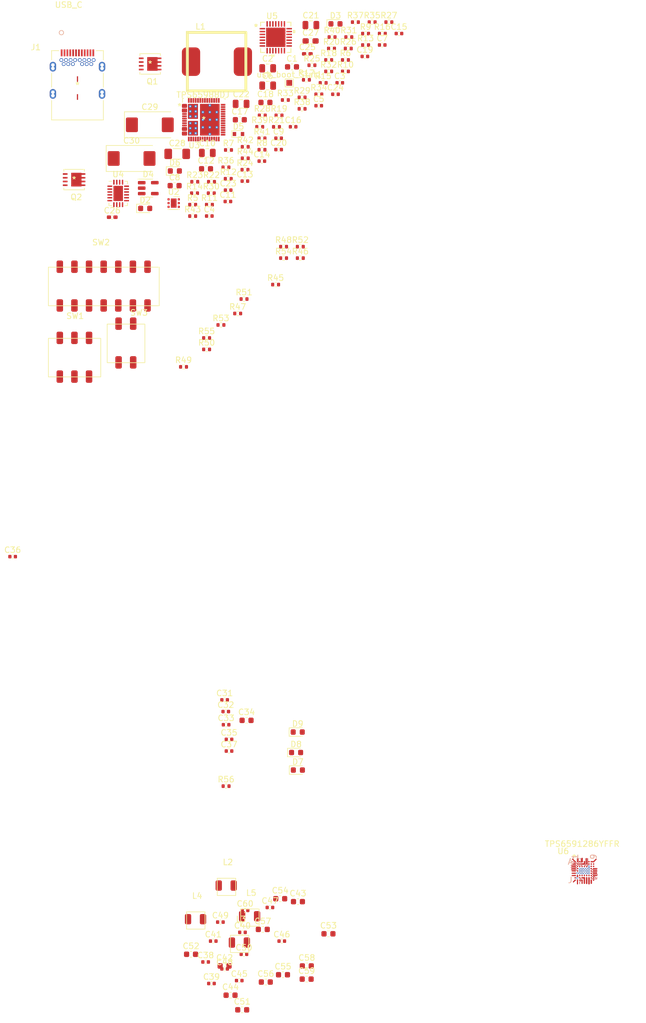
<source format=kicad_pcb>
(kicad_pcb (version 20221018) (generator pcbnew)
  (layers (0 "F.Cu" signal) (1 "In1.Cu" signal) (2 "In2.Cu" signal) (3 "In3.Cu" signal) (4 "In4.Cu" signal) (5 "In5.Cu" signal) (6 "In6.Cu" signal) (31 "B.Cu" signal) (34 "B.Paste" user) (35 "F.Paste" user) (36 "B.SilkS" user "B.Silkscreen") (37 "F.SilkS" user "F.Silkscreen") (38 "B.Mask" user) (39 "F.Mask" user) (44 "Edge.Cuts" user))
  (net 0 "")
  (net 1 "/input_power/LDO_1P8")
  (net 2 "GND")
  (net 3 "/input_power/LDO_3P3")
  (net 4 "Net-(C3-Pad1)")
  (net 5 "Net-(C4-Pad2)")
  (net 6 "Net-(C5-Pad1)")
  (net 7 "/input_power/PDVIN_3P3")
  (net 8 "USB_PWR_VBUS")
  (net 9 "MAIN_5P0")
  (net 10 "/input_power/int_vcc")
  (net 11 "Net-(C13-Pad1)")
  (net 12 "/input_power/boost")
  (net 13 "/input_power/current_sense+")
  (net 14 "/input_power/CP2102VDD")
  (net 15 "VSYS_3P3")
  (net 16 "/input_power/Sense+")
  (net 17 "Net-(C23-Pad1)")
  (net 18 "/PMIC/POS_1P8_IO")
  (net 19 "Net-(C37-Pad1)")
  (net 20 "/PMIC/LDOA")
  (net 21 "Net-(C39-Pad1)")
  (net 22 "Net-(C40-Pad1)")
  (net 23 "Net-(C41-Pad1)")
  (net 24 "POS0P85")
  (net 25 "POS1P2_VMEM")
  (net 26 "Net-(C45-Pad1)")
  (net 27 "Net-(C46-Pad1)")
  (net 28 "Net-(C47-Pad1)")
  (net 29 "Net-(C48-Pad1)")
  (net 30 "Net-(C49-Pad1)")
  (net 31 "Net-(C50-Pad1)")
  (net 32 "POS1P8_C0")
  (net 33 "POS3P3_C0")
  (net 34 "POS3P3_MCU")
  (net 35 "/input_power/VCONN1_CC2")
  (net 36 "/input_power/VCONN1_CC1")
  (net 37 "USB1_DP")
  (net 38 "USB1_DM")
  (net 39 "USB0_DP")
  (net 40 "USB0_DM")
  (net 41 "Net-(D5-Pad1)")
  (net 42 "Net-(D6-Pad2)")
  (net 43 "Net-(D7-Pad1)")
  (net 45 "Net-(D9-Pad1)")
  (net 56 "Net-(L2-Pad1)")
  (net 57 "Net-(L3-Pad1)")
  (net 58 "Net-(L4-Pad1)")
  (net 59 "Net-(L5-Pad1)")
  (net 60 "Net-(Q1-Pad4)")
  (net 61 "Net-(Q2-Pad4)")
  (net 62 "/input_power/I2C3_IRQ")
  (net 63 "/input_power/I2C3_SDA")
  (net 64 "/input_power/I2C3_SCL")
  (net 65 "Net-(R8-Pad2)")
  (net 66 "/input_power/V_RNG")
  (net 67 "Net-(R11-Pad2)")
  (net 68 "Net-(R12-Pad1)")
  (net 69 "/input_power/HRESET")
  (net 70 "/input_power/I2C1_SCL")
  (net 71 "/input_power/I2C2_SCL")
  (net 72 "/input_power/I2C1_SDA")
  (net 73 "/input_power/I2C2_SDA")
  (net 74 "/input_power/I2C1_IRQ")
  (net 75 "/input_power/I2C2_IRQ")
  (net 76 "Net-(R22-Pad1)")
  (net 77 "Net-(R23-Pad1)")
  (net 78 "Net-(R28-Pad1)")
  (net 79 "Net-(R32-Pad2)")
  (net 80 "/input_power/ADCIN1")
  (net 81 "USB_I2C_SCL")
  (net 82 "USB_I2C_SDA")
  (net 83 "USB_I2C_IRQ")
  (net 84 "/PMIC/EN1")
  (net 85 "/PMIC/iic_or_spi_cntrl")
  (net 86 "/PMIC/EN2")
  (net 87 "/PMIC/config2")
  (net 88 "/PMIC/EN3")
  (net 89 "/PMIC/config1")
  (net 90 "/PMIC/EN4")
  (net 91 "PMIC_ENABLE")
  (net 92 "/PMIC/EN_LS1")
  (net 93 "/PMIC/EN_LS0")
  (net 94 "/PMIC/Sleep")
  (net 95 "Net-(R56-Pad1)")
  (net 96 "SPI0_CS0_C0")
  (net 103 "/input_power/DRAIN2")
  (net 104 "/input_power/DRAIN1")
  (net 106 "Net-(U3-Pad16)")
  (net 143 "UART_TX")
  (net 144 "UART_RX")
  (net 147 "POS1P8_LDO_MCU")
  (net 149 "VSYS_3P3_SDIO")
  (net 151 "SPI0_D1_C0")
  (net 152 "SPI0_CLK_C0")
  (net 153 "SPI0_D0_C0")
  (net 154 "I2C0_SCL_C0")
  (net 155 "I2C0_SDA_C0")
  (net 156 "DCD1_PWM_AVS")
  (net 157 "DCD1_CLK_AVS")
  (net 158 "WATCHDOG_CLOCK_OUT")
  (net 160 "C0_PWR_ALL_GOOD")
  (footprint "LED_SMD:LED_0603_1608Metric" (layer "F.Cu") (at 51.7905 52.07)
    (fp_text reference "D9")
    (fp_text value "red")
  )
  (footprint "Capacitor_SMD:C_0402_1005Metric" (layer "F.Cu") (at 46.962 82.55)
    (fp_text reference "C47")
    (fp_text value "2.2uF")
  )
  (footprint "Capacitor_SMD:C_0402_1005Metric" (layer "F.Cu") (at 35.786 92.018)
    (fp_text reference "C38")
    (fp_text value "2.2uF")
  )
  (footprint "Resistor_SMD:R_0402_1005Metric" (layer "F.Cu") (at 57.66 -66.69)
    (fp_text reference "R20")
    (fp_text value "10k")
  )
  (footprint "Resistor_SMD:R_0402_1005Metric" (layer "F.Cu") (at 60.08 -62.71)
    (fp_text reference "R10")
    (fp_text value "dnp")
  )
  (footprint "Capacitor_SMD:C_0402_1005Metric" (layer "F.Cu") (at 48.47 -49.13)
    (fp_text reference "C20")
    (fp_text value "77.5n")
  )
  (footprint "Resistor_SMD:R_0402_1005Metric" (layer "F.Cu") (at 42.67 -49.61)
    (fp_text reference "R42")
    (fp_text value "0(DNP)")
  )
  (footprint "Diode_SMD:D_0603_1608Metric" (layer "F.Cu") (at 58.35 -70.97)
    (fp_text reference "D3")
    (fp_text value "D_TVS(dnp)")
  )
  (footprint "Resistor_SMD:R_0402_1005Metric" (layer "F.Cu") (at 52.24 -32.26)
    (fp_text reference "R52")
    (fp_text value "4.7K")
  )
  (footprint "bub_transistor:BSZ060NE2LSATMA1" (layer "F.Cu") (at 12.9354 -43.909)
    (fp_text reference "Q2")
    (fp_text value "BSZ060NE2LSATMA1" hide)
  )
  (footprint "Capacitor_SMD:C_0805_2012Metric" (layer "F.Cu") (at 46.57 -60.24)
    (fp_text reference "C6")
    (fp_text value "10uF")
  )
  (footprint "Capacitor_SMD:C_0402_1005Metric" (layer "F.Cu") (at 49.022 88.392)
    (fp_text reference "C46")
    (fp_text value "2.2uF")
  )
  (footprint "Resistor_SMD:R_0402_1005Metric" (layer "F.Cu") (at 39.72 -44.06)
    (fp_text reference "R12")
    (fp_text value "100k")
  )
  (footprint "LED_SMD:LED_0603_1608Metric" (layer "F.Cu") (at 51.5085 55.626)
    (fp_text reference "D8")
    (fp_text value "yellow")
  )
  (footprint "Capacitor_SMD:C_0805_2012Metric" (layer "F.Cu") (at 36.08 -48.55)
    (fp_text reference "C10")
    (fp_text value "47uF 25V(dnp)")
  )
  (footprint "Resistor_SMD:R_0402_1005Metric" (layer "F.Cu") (at 36.77 -41.55)
    (fp_text reference "R30")
    (fp_text value "90.9k")
  )
  (footprint "bub_inductor:SPM3012T-1R0M" (layer "F.Cu") (at 34.318 81.026)
    (fp_text reference "L4")
    (fp_text value "1uH")
  )
  (footprint "Capacitor_SMD:C_0603_1608Metric" (layer "F.Cu") (at 41.73 -54.31)
    (fp_text reference "C17")
    (fp_text value "4.7uF 10V")
  )
  (footprint "Capacitor_SMD:C_0805_2012Metric" (layer "F.Cu") (at 46.57 -63.25)
    (fp_text reference "C2")
    (fp_text value "10uF")
  )
  (footprint "Capacitor_SMD:C_0402_1005Metric" (layer "F.Cu") (at 39.8525 53.34)
    (fp_text reference "C35")
    (fp_text value "100nF")
  )
  (footprint "Capacitor_SMD:C_0402_1005Metric" (layer "F.Cu") (at 41.628 95.25)
    (fp_text reference "C45")
    (fp_text value "2.2uF")
  )
  (footprint "Capacitor_SMD:C_0402_1005Metric" (layer "F.Cu") (at 42.61 -43.65)
    (fp_text reference "C13")
    (fp_text value "0.1uF")
  )
  (footprint "bub_inductor:SPM3012T-1R0M" (layer "F.Cu") (at 43.716 80.518)
    (fp_text reference "L5")
    (fp_text value "1uH")
  )
  (footprint "Capacitor_SMD:C_0603_1608Metric" (layer "F.Cu") (at 39.084 92.71)
    (fp_text reference "C42")
    (fp_text value "10uF")
  )
  (footprint "Capacitor_SMD:C_0603_1608Metric" (layer "F.Cu") (at 42.145 100.33)
    (fp_text reference "C51")
    (fp_text value "10uF")
  )
  (footprint "bub_inductor:SPM3012T-1R0M" (layer "F.Cu") (at 41.938 85.09)
    (fp_text reference "L3")
    (fp_text value "1uH")
  )
  (footprint "Capacitor_SMD:C_0603_1608Metric" (layer "F.Cu") (at 46.18 -57.32)
    (fp_text reference "C18")
    (fp_text value "4.7uF")
  )
  (footprint "Resistor_SMD:R_0402_1005Metric" (layer "F.Cu") (at 36.81 -43.54)
    (fp_text reference "R22")
    (fp_text value "0")
  )
  (footprint "bubba_regulators:TPS65988DHRSHR" (layer "F.Cu") (at 35.465 -54.315)
    (fp_text reference "U3")
    (fp_text value "TPS65988DJ")
  )
  (footprint "Resistor_SMD:R_0402_1005Metric" (layer "F.Cu") (at 42.46 -23.16)
    (fp_text reference "R51")
    (fp_text value "4.7K")
  )
  (footprint "Resistor_SMD:R_0402_1005Metric" (layer "F.Cu") (at 54.26 -63.78)
    (fp_text reference "R25")
    (fp_text value "2.2ohm")
  )
  (footprint "bub_switch:219-2LPST" (layer "F.Cu") (at 21.933 -17.742)
    (fp_text reference "SW3")
    (fp_text value "219-2LPST" hide)
  )
  (footprint "Capacitor_Tantalum_SMD:CP_EIA-7343-15_Kemet-W" (layer "F.Cu") (at 22.925 -47.58)
    (fp_text reference "C30")
    (fp_text value "100u")
  )
  (footprint "Capacitor_SMD:C_0603_1608Metric" (layer "F.Cu") (at 45.72 86.36)
    (fp_text reference "C57")
    (fp_text value "10uF")
  )
  (footprint "Capacitor_SMD:C_0402_1005Metric" (layer "F.Cu") (at 63.46 -65.31)
    (fp_text reference "C19")
    (fp_text value "0.1uF")
  )
  (footprint "Resistor_SMD:R_0402_1005Metric" (layer "F.Cu") (at 52.24 -30.27)
    (fp_text reference "R46")
    (fp_text value "4.7K")
  )
  (footprint "bub_connectors:USB_C_632723300011" (layer "F.Cu") (at 13.522799 -60.297546)
    (fp_text reference "J1")
    (fp_text value "USB_C")
  )
  (footprint "Capacitor_SMD:C_0603_1608Metric" (layer "F.Cu") (at 48.749 81.026)
    (fp_text reference "C54")
    (fp_text value "10uF")
  )
  (footprint "Resistor_SMD:R_0402_1005Metric" (layer "F.Cu") (at 39.32 -46.05)
    (fp_text reference "R36")
    (fp_text value "0")
  )
  (footprint "Capacitor_SMD:C_0402_1005Metric" (layer "F.Cu") (at 37.112 88.392)
    (fp_text reference "C41")
    (fp_text value "2.2uF")
  )
  (footprint "Capacitor_SMD:C_1206_3216Metric_Pad1.33x1.80mm_HandSolder" (layer "F.Cu") (at 30.85 -48.38)
    (fp_text reference "C28")
    (fp_text value "47uF ")
  )
  (footprint "Capacitor_SMD:C_0402_1005Metric" (layer "F.Cu") (at 45.56 -47.12)
    (fp_text reference "C14")
    (fp_text value "0.1uF")
  )
  (footprint "Diode_SMD:D_SOD-523" (layer "F.Cu") (at 41.5 -51.83)
    (fp_text reference "D5")
    (fp_text value "BAT54XV2T1")
  )
  (footprint "Capacitor_SMD:C_0805_2012Metric" (layer "F.Cu") (at 41.95 -57.07)
    (fp_text reference "C22")
    (fp_text value "47uF ")
  )
  (footprint "LED_SMD:LED_0603_1608Metric" (layer "F.Cu") (at 51.816 58.674)
    (fp_text reference "D7")
    (fp_text value "green")
  )
  (footprint "Resistor_SMD:R_0402_1005Metric" (layer "F.Cu") (at 49.33 -30.27)
    (fp_text reference "R54")
    (fp_text value "4.7K")
  )
  (footprint "Capacitor_SMD:C_0402_1005Metric_Pad0.74x0.62mm_HandSolder" (layer "F.Cu") (at 19.56 -37.38)
    (fp_text reference "C26")
    (fp_text value "4.7uF")
  )
  (footprint "Capacitor_SMD:C_0402_1005Metric" (layer "F.Cu") (at 58.35 -58.74)
    (fp_text reference "C24")
    (fp_text value "1uF")
  )
  (footprint "Resistor_SMD:R_0402_1005Metric" (layer "F.Cu") (at 57.17 -62.71)
    (fp_text reference "R32")
    (fp_text value "1k 1%")
  )
  (footprint "Resistor_SMD:R_0402_1005Metric" (layer "F.Cu") (at 42.67 -47.62)
    (fp_text reference "R44")
    (fp_text value "0(DNP)")
  )
  (footprint "Resistor_SMD:R_0402_1005Metric" (layer "F.Cu") (at 41.36 -20.65)
    (fp_text reference "R47")
    (fp_text value "4.7K")
  )
  (footprint "Resistor_SMD:R_0402_1005Metric" (layer "F.Cu") (at 33.54 -37.57)
    (fp_text reference "R43")
    (fp_text value "0(DNP)")
  )
  (footprint "Capacitor_SMD:C_0402_1005Metric" (layer "F.Cu") (at 36.802 95.758)
    (fp_text reference "C39")
    (fp_text value "4.7uF")
  )
  (footprint "Resistor_SMD:R_0402_1005Metric" (layer "F.Cu") (at 31.95 -11.38)
    (fp_text reference "R49")
    (fp_text value "4.7K")
  )
  (footprint "Resistor_SMD:R_0402_1005Metric" (layer "F.Cu") (at 47.95 -25.67)
    (fp_text reference "R45")
    (fp_text value "4.7K")
  )
  (footprint "Resistor_SMD:R_0402_1005Metric" (layer "F.Cu") (at 63.58 -69.28)
    (fp_text reference "R9")
    (fp_text value "0")
  )
  (footprint "Package_TO_SOT_SMD:SOT-23-5" (layer "F.Cu") (at 25.82 -42.43)
    (fp_text reference "D4")
    (fp_text value "SP0504BAHT")
  )
  (footprint "Resistor_SMD:R_0402_1005Metric" (layer "F.Cu") (at 39.3425 61.468)
    (fp_text reference "R56")
    (fp_text value "0(dnp)")
  )
  (footprint "Capacitor_SMD:C_0603_1608Metric" (layer "F.Cu") (at 53.34 94.996)
    (fp_text reference "C59")
    (fp_text value "10uF")
  )
  (footprint "Capacitor_SMD:C_0603_1608Metric" (layer "F.Cu") (at 49.231 94.234)
    (fp_text reference "C55")
    (fp_text value "10uF")
  )
  (footprint "bub_inductor:IHLP4040DZER1R0M5A" (layer "F.Cu") (at 37.0625 -71.515)
    (fp_text reference "L1")
    (fp_text value "IHLP4040DZER1R0M5A" hide)
  )
  (footprint "Resistor_SMD:R_0402_1005Metric" (layer "F.Cu") (at 56.21 -60.72)
    (fp_text reference "R15")
    (fp_text value "10k")
  )
  (footprint "Capacitor_SMD:C_0402_1005Metric" (layer "F.Cu") (at 42.644 83.058)
    (fp_text reference "C60")
    (fp_text value "4.7uF")
  )
  (footprint "Capacitor_Tantalum_SMD:CP_EIA-7343-15_Kemet-W" (layer "F.Cu") (at 26.095 -53.43)
    (fp_text reference "C29")
    (fp_text value "100u")
  )
  (footprint "Package_SON:WSON-6-1EP_2x2mm_P0.65mm_EP1x1.6mm" (layer "F.Cu") (at 30.24 -39.83)
    (fp_text reference "U2")
    (fp_text value "TVS2200DRV")
  )
  (footprint "Capacitor_SMD:C_0603_1608Metric_Pad1.08x0.95mm_HandSolder" (layer "F.Cu") (at 54.03 -68)
    (fp_text reference "C27")
    (fp_text value "10uF")
  )
  (footprint "Capacitor_SMD:C_0402_1005Metric" (layer "F.Cu") (at 39.66 -40.11)
    (fp_text reference "C11")
    (fp_text value "0.01uF")
  )
  (footprint "Resistor_SMD:R_0402_1005Metric" (layer "F.Cu") (at 33.54 -39.56)
    (fp_text reference "R5")
    (fp_text value "10k")
  )
  (footprint "Resistor_SMD:R_0402_1005Metric" (layer "F.Cu") (at 67.63 -71.27)
    (fp_text reference "R27")
    (fp_text value "dnp")
  )
  (footprint "Capacitor_SMD:C_0805_2012Metric" (layer "F.Cu") (at 54.08 -70.76)
    (fp_text reference "C21")
    (fp_text value "10uF")
  )
  (footprint "Resistor_SMD:R_0402_1005Metric" (layer "F.Cu") (at 35.96 -14.41)
    (fp_text reference "R50")
    (fp_text value "4.7K")
  )
  (footprint "Capacitor_SMD:C_0603_1608Metric" (layer "F.Cu") (at 51.829 81.534)
    (fp_text reference "C43")
    (fp_text value "10uF")
  )
  (footprint "Resistor_SMD:R_0402_1005Metric" (layer "F.Cu") (at 60.08 -64.7)
    (fp_text reference "R6")
    (fp_text value "10k")
  )
  (footprint "Package_DFN_QFN:QFN-20-1EP_3x4mm_P0.5mm_EP1.65x2.65mm" (layer "F.Cu") (at 20.6 -41.51)
    (fp_text reference "U4")
    (fp_text value "LTC3833IUDC")
  )
  (footprint "Capacitor_SMD:C_0603_1608Metric" (layer "F.Cu") (at 30.4 -42.86)
    (fp_text reference "C8")
    (fp_text value "4.7uF 10V")
  )
  (footprint "Resistor_SMD:R_0402_1005Metric" (layer "F.Cu") (at 57.76 -68.68)
    (fp_text reference "R40")
    (fp_text value "0(DNP)")
  )
  (footprint "Capacitor_SMD:C_0402_1005Metric" (layer "F.Cu") (at 42.446 90.678)
    (fp_text reference "C50")
    (fp_text value "2.2uF")
  )
  (footprint "Capacitor_SMD:C_0402_1005Metric" (layer "F.Cu") (at 66.47 -67.3)
    (fp_text reference "C7")
    (fp_text value "1uF")
  )
  (footprint "Resistor_SMD:R_0402_1005Metric" (layer "F.Cu") (at 57.17 -64.7)
    (fp_text reference "R18")
    (fp_text value "10k")
  )
  (footprint "Resistor_SMD:R_0402_1005Metric" (layer "F.Cu") (at 49.64 -57.74)
    (fp_text reference "R33")
    (fp_text value "1k 1%")
  )
  (footprint "Resistor_SMD:R_0402_1005Metric" (layer "F.Cu") (at 64.72 -71.27)
    (fp_text reference "R35")
    (fp_text value "150")
  )
  (footprint "Resistor_SMD:R_0402_1005Metric" (layer "F.Cu") (at 35.96 -16.4)
    (fp_text reference "R55")
    (fp_text value "4.7K")
  )
  (footprint "Resistor_SMD:R_0402_1005Metric" (layer "F.Cu") (at 53.3 -61.25)
    (fp_text reference "R17")
    (fp_text value "10k")
  )
  (footprint "Capacitor_SMD:C_0402_1005Metric" (layer "F.Cu") (at 69.38 -69.29)
    (fp_text reference "C15")
    (fp_text value "0.1uF")
  )
  (footprint "Resistor_SMD:R_0402_1005Metric" (layer "F.Cu") (at 33.86 -41.55)
    (fp_text reference "R14")
    (fp_text value "0")
  )
  (footprint "Diode_SMD:D_0603_1608Metric" (layer "F.Cu") (at 25.29 -38.91)
    (fp_text reference "D2")
    (fp_text value "D_TVS(dnp)")
  )
  (footprint "Capacitor_SMD:C_0603_1608Metric" (layer "F.Cu") (at 40.119 97.79)
    (fp_text reference "C44")
    (fp_text value "10uF")
  )
  (footprint "Capacitor_SMD:C_0603_1608Metric" (layer "F.Cu") (at 53.366 92.71)
    (fp_text reference "C58")
    (fp_text value "10uF")
  )
  (footprint "Capacitor_SMD:C_0603_1608Metric" (layer "F.Cu") (at 35.86 -45.79)
    (fp_text reference "C12")
    (fp_text value "4.7uF 10V")
  )
  (footprint "Capacitor_SMD:C_0402_1005Metric" (layer "F.Cu") (at 38.354 85.09)
    (fp_text reference "C49")
    (fp_text value "4.7uF")
  )
  (footprint "Capacitor_SMD:C_0402_1005Metric" (layer "F.Cu") (at 39.2885 48.514)
    (fp_text reference "C32")
    (fp_text value "100nF")
  )
  (footprint "Resistor_SMD:R_0402_1005Metric" (layer "F.Cu") (at 45.58 -49.1)
    (fp_text reference "R8")
    (fp_text value "10k")
  )
  (footprint "Capacitor_SMD:C_0603_1608Metric" (layer "F.Cu") (at 57.131 87.122)
    (fp_text reference "C53")
    (fp_text value "10uF")
  )
  (footprint "bub_inductor:SPM3012T-1R0M" (layer "F.Cu") (at 39.652 75.184)
    (fp_text reference "L2")
    (fp_text value "1uH")
  )
  (footprint "bub_switch:219-7LPSTR" (layer "F.Cu") (at 17.619 -32.505)
    (fp_text reference "SW2")
    (fp_text value "219-7LPSTR" hide)
  )
  (footprint "LED_SMD:LED_0603_1608Metric" (layer "F.Cu") (at 30.44 -45.41)
    (fp_text reference "D6")
    (fp_text value "red")
  )
  (footprint "TestPoint:TestPoint_Pad_1.0x1.0mm" (layer "F.Cu") (at 50.32 -60.72)
    (fp_text reference "usb_boot_Stat1")
    (fp_text value "usb_boot_Stat")
  )
  (footprint "Capacitor_SMD:C_0603_1608Metric" (layer "F.Cu") (at 46.241 95.504)
    (fp_text reference "C56")
    (fp_text value "10uF")
  )
  (footprint "Capacitor_SMD:C_0402_1005Metric" (layer "F.Cu") (at 39.3445 50.8)
    (fp_text reference "C33")
    (fp_text value "4.7uF")
  )
  (footprint "Resistor_SMD:R_0402_1005Metric" (layer "F.Cu") (at 45.63 -55.07)
    (fp_text reference "R28")
    (fp_text value "1k 1%")
  )
  (footprint "Resistor_SMD:R_0402_1005Metric" (layer "F.Cu") (at 45.58 -51.09)
    (fp_text reference "R41")
    (fp_text value "0(DNP)")
  )
  (footprint "Capacitor_SMD:C_0402_1005Metric" (layer "F.Cu") (at 50.99 -53.09)
    (fp_text reference "C16")
    (fp_text value "1uF")
  )
  (footprint "Capacitor_SMD:C_0402_1005Metric" (layer "F.Cu") (at 2.258 21.59)
    (fp_text reference "C36")
    (fp_text value "2.2uF")
  )
  (footprint "Capacitor_SMD:C_0402_1005Metric" (layer "F.Cu") (at 39.088 93.218)
    (fp_text reference "C48")
    (fp_text value "4.7uF")
  )
  (footprint "Resistor_SMD:R_0402_1005Metric" (layer "F.Cu") (at 48.54 -55.07)
    (fp_text reference "R19")
    (fp_text value "5")
  )
  (footprint "Capacitor_SMD:C_0603_1608Metric" (layer "F.Cu") (at 33.255 90.678)
    (fp_text reference "C52")
    (fp_text value "10uF")
  )
  (footprint "Capacitor_SMD:C_0402_1005Metric" (layer "F.Cu") (at 48.47 -51.1)
    (fp_text reference "C9")
    (fp_text value "0.1uF")
  )
  (footprint "Capacitor_SMD:C_0402_1005Metric" (layer "F.Cu") (at 39.8525 55.372)
    (fp_text reference "C37")
    (fp_text value "100nF")
  )
  (footprint "Resistor_SMD:R_0402_1005Metric" (layer "F.Cu") (at 36.45 -39.56)
    (fp_text reference "R11")
    (fp_text value "101.675k")
  )
  (footprint "Resistor_SMD:R_0402_1005Metric" (layer "F.Cu") (at 63.58 -67.29)
    (fp_text reference "R13")
    (fp_text value "12k")
  )
  (footprint "Resistor_SMD:R_0402_1005Metric" (layer "F.Cu") (at 60.67 -68.68)
    (fp_text reference "R31")
    (fp_text value "20.0k")
  )
  (footprint "Capacitor_SMD:C_0402_1005Metric_Pad0.74x0.62mm_HandSolder" (layer "F.Cu") (at 53.46 -65.76)
    (fp_text reference "C25")
    (fp_text value "2.2uF")
  )
  (footprint "Resistor_SMD:R_0402_1005Metric" (layer "F.Cu") (at 48.1 -53.08)
    (fp_text reference "R21")
    (fp_text value "10k")
  )
  (footprint "Capacitor_SMD:C_0402_1005Metric" (layer "F.Cu") (at 59.1 -60.73)
    (fp_text reference "C3")
    (fp_text value "1000p")
  )
  (footprint "Resistor_SMD:R_0402_1005Metric" (layer "F.Cu") (at 60.57 -66.69)
    (fp_text reference "R26")
    (fp_text value "3k 1%")
  )
  (footprint "Resistor_SMD:R_0402_1005Metric" (layer "F.Cu") (at 55.46 -58.73)
    (fp_text reference "R34")
    (fp_text value "150 1%")
  )
  (footprint "Resistor_SMD:R_0402_1005Metric" (layer "F.Cu") (at 42.63 -45.63)
    (fp_text reference "R24")
    (fp_text value "dnp")
  )
  (footprint "Capacitor_SMD:C_0603_1608Metric" (layer "F.Cu") (at 42.9005 50.038)
    (fp_text reference "C34")
    (fp_text value "10uF")
  )
  (footprint "Resistor_SMD:R_0402_1005Metric" (layer "F.Cu") (at 33.9 -43.54)
    (fp_text reference "R23")
    (fp_text value "0")
  )
  (footprint "Resistor_SMD:R_0402_1005Metric" (layer "F.Cu") (at 66.49 -69.28)
    (fp_text reference "R16")
    (fp_text value "10k")
  )
  (footprint "Capacitor_SMD:C_0402_1005Metric" (layer "F.Cu") (at 42.192 86.868)
    (fp_text reference "C40")
    (fp_text value "2.2uF")
  )
  (footprint "bub_mcu:CP2102N-A01-GQFN28" (layer "F.Cu") (at 47.977099 -68.632901)
    (fp_text reference "U5")
    (fp_text value "CP2102N-A01-GQFN28" hide)
  )
  (footprint "Resistor_SMD:R_0402_1005Metric" (layer "F.Cu") (at 38.45 -18.66)
    (fp_text reference "R53")
    (fp_text value "4.7K")
  )
  (footprint "Resistor_SMD:R_0402_1005Metric" (layer "F.Cu") (at 45.19 -53.08)
    (fp_text reference "R39")
    (fp_text value "0(DNP)")
  )
  (footprint "Resistor_SMD:R_0402_1005Metric" (layer "F.Cu") (at 52.55 -56.21)
    (fp_text reference "R38")
    (fp_text value "0")
  )
  (footprint "bubba_regulators:TPS6591286YFFR" (layer "F.Cu") (at 101.6 76.2)
    (fp_text reference "U6")
    (fp_text value "TPS6591286YFFR")
  )
  (footprint "bub_switch:219-3LPSTR" (layer "F.Cu") (at 13.12 -19.715)
    (fp_text reference "SW1")
    (fp_text value "219-3LPSTR" hide)
  )
  (footprint "Capacitor_SMD:C_0402_1005Metric" (layer "F.Cu") (at 36.43 -37.58)
    (fp_text reference "C4")
    (fp_text value "200p")
  )
  (footprint "Resistor_SMD:R_0402_1005Metric" (layer "F.Cu") (at 61.81 -71.27)
    (fp_text reference "R37")
    (fp_text value "0")
  )
  (footprint "Capacitor_SMD:C_0603_1608Metric" (layer "F.Cu") (at 50.8 -63.5)
    (fp_text reference "C1")
    (fp_text value "4.7uF")
  )
  (footprint "Resistor_SMD:R_0402_1005Metric" (layer "F.Cu") (at 39.76 -49.06)
    (fp_text reference "R7")
    (fp_text value "10k")
  )
  (footprint "bub_transistor:BSZ060NE2LSATMA1" (layer "F.Cu") (at 26.1454 -64.009)
    (fp_text reference "Q1")
    (fp_text value "BSZ060NE2LSATMA1" hide)
  )
  (footprint "Capacitor_SMD:C_0402_1005Metric" (layer "F.Cu") (at 39.7 -42.08)
    (fp_text reference "C23")
    (fp_text value "tbd(opt)")
  )
  (footprint "Capacitor_SMD:C_0402_1005Metric" (layer "F.Cu") (at 39.0905 46.482)
    (fp_text reference "C31")
    (fp_text value "4.7uF")
  )
  (footprint "Capacitor_SMD:C_0402_1005Metric" (layer "F.Cu") (at 55.44 -56.75)
    (fp_text reference "C5")
    (fp_text value "470p")
  )
  (footprint "Resistor_SMD:R_0402_1005Metric" (layer "F.Cu") (at 52.55 -58.2)
    (fp_text reference "R29")
    (fp_text value "1k 1%")
  )
  (footprint "Resistor_SMD:R_0402_1005Metric" (layer "F.Cu") (at 49.33 -32.26)
    (fp_text reference "R48")
    (fp_text value "4.7K")
  )
  (segment (start 101.2 77.4) (end 101.6 77.4) (width 0.254) (layer "F.Cu") (net 2))
  (segment (start 100 76.2) (end 99.4664 76.2) (width 0.2032) (layer "F.Cu") (net 2))
  (segment (start 100.8 76.2636) (end 100.8126 76.2762) (width 0.1016) (layer "F.Cu") (net 2))
  (segment (start 101.2 75) (end 101.6 75) (width 0.254) (layer "F.Cu") (net 2))
  (segment (start 101.6 77.4) (end 101.6 78.0288) (width 0.254) (layer "F.Cu") (net 2))
  (segment (start 100.8126 76.2) (end 100.7364 76.2) (width 0.1016) (layer "F.Cu") (net 2))
  (segment (start 100.8126 76.2762) (end 100.8126 76.2) (width 0.1016) (layer "F.Cu") (net 2))
  (segment (start 101.6 74.6) (end 101.6 75) (width 0.2032) (layer "F.Cu") (net 2))
  (segment (start 100.7364 76.2) (end 100.7618 76.2254) (width 0.1016) (layer "F.Cu") (net 2))
  (segment (start 101.6 78.0288) (end 101.6 78.3336) (width 0.254) (layer "F.Cu") (net 2))
  (segment (start 103.2 76.2) (end 103.759 76.2) (width 0.2032) (layer "F.Cu") (net 2))
  (via (at 100.8126 76.2) (size 0.35) (drill 0.2) (layers "F.Cu" "B.Cu") (net 2))
  (via (at 100.7872 76.6064) (size 0.35) (drill 0.2) (layers "F.Cu" "B.Cu") (net 2))
  (via (at 102.3874 75.4126) (size 0.35) (drill 0.2) (layers "F.Cu" "B.Cu") (net 2))
  (segment (start 100.3554 77.4192) (end 100.38875 77.38585) (width 0.0889) (layer "F.Cu") (net 15))
  (segment (start 100.4 77.3746) (end 100.3554 77.4192) (width 0.254) (layer "F.Cu") (net 15))
  (segment (start 100 75.4) (end 99.4282 75.4) (width 0.2032) (layer "F.Cu") (net 15))
  (segment (start 102.4 78.0542) (end 102.4 78.4224) (width 0.254) (layer "F.Cu") (net 15))
  (segment (start 100.4 77) (end 100.4 77.3746) (width 0.254) (layer "F.Cu") (net 15))
  (segment (start 102.4 77.4) (end 102.4 78.0542) (width 0.254) (layer "F.Cu") (net 15))
  (via (at 100.3554 77.4192) (size 0.35) (drill 0.2) (layers "F.Cu" "B.Cu") (net 15))
  (segment (start 100 77.8) (end 99.695 78.105) (width 0.2032) (layer "F.Cu") (net 18))
  (via (at 102.3874 76.6064) (size 0.35) (drill 0.2) (layers "F.Cu" "B.Cu") (net 18))
  (segment (start 100.99645 77.59645) (end 100.99645 77.89575) (width 0.0889) (layer "F.Cu") (net 19))
  (segment (start 100.8 77.4) (end 100.99645 77.59645) (width 0.0889) (layer "F.Cu") (net 19))
  (segment (start 100.99645 77.89575) (end 100.7872 78.105) (width 0.0889) (layer "F.Cu") (net 19))
  (segment (start 100.7872 78.105) (end 100.7872 78.4606) (width 0.0889) (layer "F.Cu") (net 19))
  (via (at 100.7872 75.819) (size 0.35) (drill 0.2) (layers "F.Cu" "B.Cu") (net 20))
  (segment (start 100 76.6) (end 99.4728 76.6) (width 0.2032) (layer "F.Cu") (net 21))
  (segment (start 100.4 74.6) (end 100.4 73.9964) (width 0.2032) (layer "F.Cu") (net 22))
  (segment (start 102.8 77.8) (end 102.8 78.3274) (width 0.254) (layer "F.Cu") (net 23))
  (segment (start 101.2 77.8) (end 101.2 78.3654) (width 0.2032) (layer "F.Cu") (net 24))
  (segment (start 101.2 74.6) (end 101.21225 74.58775) (width 0.254) (layer "F.Cu") (net 25))
  (segment (start 101.2 74.6) (end 101.2 74.0346) (width 0.254) (layer "F.Cu") (net 25))
  (segment (start 100.4 78.44) (end 100.39 78.45) (width 0.127) (layer "F.Cu") (net 26))
  (segment (start 100.4 77.8) (end 100.4 78.44) (width 0.2032) (layer "F.Cu") (net 26))
  (segment (start 103.87375 76.79645) (end 103.886 76.7842) (width 0.0889) (layer "F.Cu") (net 27))
  (segment (start 102.8 76.6) (end 102.99645 76.79645) (width 0.0889) (layer "F.Cu") (net 27))
  (segment (start 102.99645 76.79645) (end 103.87375 76.79645) (width 0.0889) (layer "F.Cu") (net 27))
  (segment (start 103.7018 76.6) (end 103.7082 76.6064) (width 0.2032) (layer "F.Cu") (net 28))
  (segment (start 103.2 76.6) (end 103.7018 76.6) (width 0.2032) (layer "F.Cu") (net 28))
  (segment (start 103.35845 77.19645) (end 103.5304 77.3684) (width 0.0889) (layer "F.Cu") (net 29))
  (segment (start 102.8 77) (end 102.99645 77.19645) (width 0.0889) (layer "F.Cu") (net 29))
  (segment (start 103.5558 77.3938) (end 103.8352 77.3938) (width 0.0889) (layer "F.Cu") (net 29))
  (segment (start 102.99645 77.19645) (end 103.35845 77.19645) (width 0.0889) (layer "F.Cu") (net 29))
  (segment (start 103.5304 77.3684) (end 103.5558 77.3938) (width 0.0889) (layer "F.Cu") (net 29))
  (segment (start 103.2 77) (end 103.7718 77) (width 0.2032) (layer "F.Cu") (net 30))
  (segment (start 102.8 77.4) (end 102.997 77.597) (width 0.0889) (layer "F.Cu") (net 31))
  (segment (start 102.997 77.597) (end 103.7844 77.597) (width 0.0889) (layer "F.Cu") (net 31))
  (via (at 102.4128 75.7936) (size 0.35) (drill 0.2) (layers "F.Cu" "B.Cu") (net 32))
  (via (at 100.3808 76.581) (size 0.35) (drill 0.2) (layers "F.Cu" "B.Cu") (net 33))
  (segment (start 100 77) (end 99.4792 77) (width 0.2032) (layer "F.Cu") (net 34))
  (segment (start 100.20355 74.80355) (end 99.84795 74.80355) (width 0.0889) (layer "F.Cu") (net 43))
  (segment (start 99.6696 74.6252) (end 99.4664 74.6252) (width 0.0889) (layer "F.Cu") (net 43))
  (segment (start 100.4 75) (end 100.20355 74.80355) (width 0.0889) (layer "F.Cu") (net 43))
  (segment (start 99.84795 74.80355) (end 99.6696 74.6252) (width 0.0889) (layer "F.Cu") (net 43))
  (segment (start 100 75) (end 99.4602 75) (width 0.2032) (layer "F.Cu") (net 45))
  (segment (start 102 77.4) (end 102 78.3654) (width 0.254) (layer "F.Cu") (net 56))
  (segment (start 103.2 75.8) (end 103.76 75.8) (width 0.2032) (layer "F.Cu") (net 57))
  (segment (start 103.7664 75.7936) (end 103.78 75.78) (width 0.127) (layer "F.Cu") (net 57))
  (segment (start 100 75.8) (end 99.422 75.8) (width 0.2032) (layer "F.Cu") (net 58))
  (segment (start 102 74.6) (end 102 75) (width 0.2032) (layer "F.Cu") (net 59))
  (segment (start 102 74.6) (end 102 74.0474) (width 0.2032) (layer "F.Cu") (net 59))
  (segment (start 102.8 76.2) (end 103.0032 76.4032) (width 0.0889) (layer "F.Cu") (net 84))
  (segment (start 103.0032 76.4032) (end 103.7844 76.4032) (width 0.0889) (layer "F.Cu") (net 84))
  (via (at 102.3874 76.2) (size 0.35) (drill 0.2) (layers "F.Cu" "B.Cu") (net 85))
  (segment (start 102.99645 75.99645) (end 103.78405 75.99645) (width 0.0889) (layer "F.Cu") (net 86))
  (segment (start 102.8 75.8) (end 102.99645 75.99645) (width 0.0889) (layer "F.Cu") (net 86))
  (segment (start 100.4 75.8) (end 100.20355 75.60355) (width 0.0889) (layer "F.Cu") (net 87))
  (segment (start 100.20355 75.60355) (end 99.25005 75.60355) (width 0.0889) (layer "F.Cu") (net 87))
  (segment (start 102 75.4) (end 102.19645 75.20355) (width 0.0889) (layer "F.Cu") (net 88))
  (segment (start 102.19645 75.20355) (end 102.19645 74.02875) (width 0.0889) (layer "F.Cu") (net 88))
  (segment (start 100.4 76.2) (end 100.1968 75.9968) (width 0.0889) (layer "F.Cu") (net 89))
  (segment (start 100.1968 75.9968) (end 99.2886 75.9968) (width 0.0889) (layer "F.Cu") (net 89))
  (segment (start 101.6 75.4) (end 101.79645 75.20355) (width 0.0889) (layer "F.Cu") (net 90))
  (segment (start 101.79645 75.20355) (end 101.79645 74.05965) (width 0.0889) (layer "F.Cu") (net 90))
  (segment (start 101.79645 74.05965) (end 101.7778 74.041) (width 0.0889) (layer "F.Cu") (net 90))
  (via (at 102.0064 75.7936) (size 0.35) (drill 0.2) (layers "F.Cu" "B.Cu") (net 91))
  (segment (start 100.20355 75.20355) (end 99.24365 75.20355) (width 0.0889) (layer "F.Cu") (net 92))
  (segment (start 100.4 75.4) (end 100.20355 75.20355) (width 0.0889) (layer "F.Cu") (net 92))
  (segment (start 100.60355 75.20355) (end 100.60355 74.07225) (width 0.0889) (layer "F.Cu") (net 93))
  (segment (start 100.8 75.4) (end 100.60355 75.20355) (width 0.0889) (layer "F.Cu") (net 93))
  (segment (start 100.60355 74.07225) (end 100.6602 74.0156) (width 0.0889) (layer "F.Cu") (net 93))
  (segment (start 101.2 75.4) (end 101.003988 75.203988) (width 0.0889) (layer "F.Cu") (net 95))
  (segment (start 101.003988 75.203988) (end 101.003988 74.105388) (width 0.0889) (layer "F.Cu") (net 95))
  (segment (start 101.003988 74.105388) (end 100.9142 74.0156) (width 0.0889) (layer "F.Cu") (net 95))
  (segment (start 100 74.6) (end 99.5426 74.1426) (width 0.2032) (layer "F.Cu") (net 147))
  (segment (start 103.2 74.6) (end 103.632 74.168) (width 0.2032) (layer "F.Cu") (net 149))
  (segment (start 102.8 74.6) (end 103.2 74.6) (width 0.2032) (layer "F.Cu") (net 149))
  (via (at 101.1936 75.819) (size 0.35) (drill 0.2) (layers "F.Cu" "B.Cu") (net 151))
  (via (at 101.6 75.819) (size 0.35) (drill 0.2) (layers "F.Cu" "B.Cu") (net 152))
  (via (at 101.1936 76.2) (size 0.35) (drill 0.2) (layers "F.Cu" "B.Cu") (net 153))
  (via (at 101.6 76.2) (size 0.35) (drill 0.2) (layers "F.Cu" "B.Cu") (net 154))
  (via (at 102.0064 76.2) (size 0.35) (drill 0.2) (layers "F.Cu" "B.Cu") (net 155))
  (via (at 101.1936 76.6064) (size 0.35) (drill 0.2) (layers "F.Cu" "B.Cu") (net 156))
  (via (at 101.6 76.6318) (size 0.35) (drill 0.2) (layers "F.Cu" "B.Cu") (net 157))
  (via (at 102.0064 76.6064) (size 0.35) (drill 0.2) (layers "F.Cu" "B.Cu") (net 158))
)
</source>
